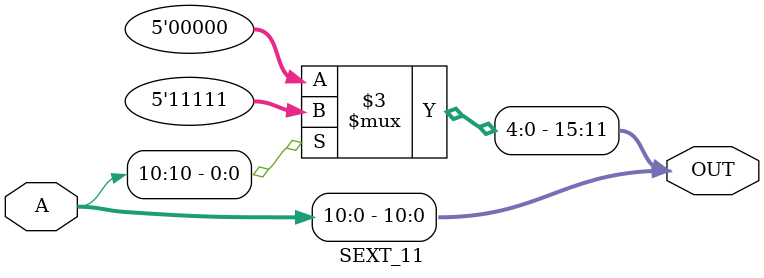
<source format=sv>

module SEXT_11( input logic [10:0] A, 
                output logic [15:0] OUT
              );

/* COMBINATIONAL LOGIC INSIDE MODULE */
    always_comb 
    begin
			OUT[10:0] = A;
            if (A[10])  //SIGN EXTEND 1
                OUT[15:11] = ({5 {1'b1} });
            else        //SIGN EXTEND 0
                OUT[15:11] = ({5 {1'b0} });
    end 
endmodule  //SEXT_11


</source>
